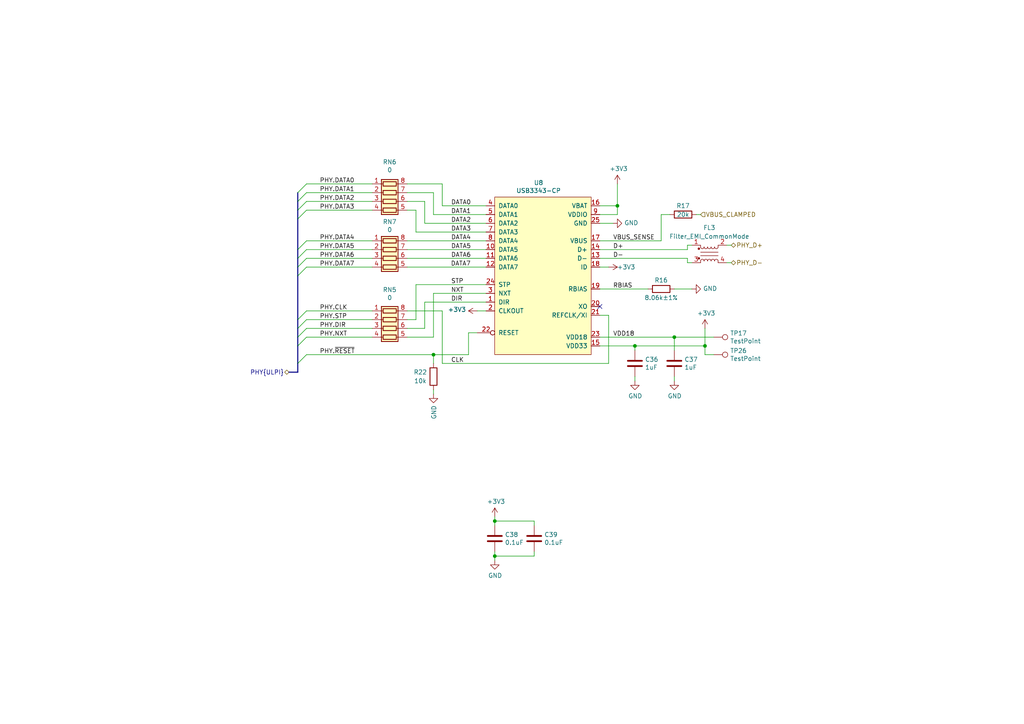
<source format=kicad_sch>
(kicad_sch (version 20231120) (generator "eeschema") (generator_version "8.0")
  (paper "A4")
  (lib_symbols
    (symbol "Connector:TestPoint" (pin_numbers hide) (pin_names (offset 0.762) hide)
      (property "Reference" "TP" (at 0 6.858 0))
      (property "Value" "TestPoint" (at 0 5.08 0))
      (symbol "TestPoint_0_1"
        (circle (center 0 3.302) (radius 0.762))
      )
      (symbol "TestPoint_1_1"
        (pin passive line (at 0 0 90) (length 2.54) (name "1") (number "1"))
      )
    )
    (symbol "Device:C" (pin_numbers hide) (pin_names (offset 0.254))
      (property "Reference" "C" (at 0.635 2.54 0))
      (property "Value" "C" (at 0.635 -2.54 0))
      (symbol "C_0_1"
        (polyline (pts (xy -2.032 -0.762) (xy 2.032 -0.762)) (stroke (width 0.508)))
        (polyline (pts (xy -2.032 0.762) (xy 2.032 0.762)) (stroke (width 0.508)))
      )
      (symbol "C_1_1"
        (pin passive line (at 0 3.81 270) (length 2.794) (name "~") (number "1"))
        (pin passive line (at 0 -3.81 90) (length 2.794) (name "~") (number "2"))
      )
    )
    (symbol "Device:Filter_EMI_CommonMode" (pin_names (offset 0.254) hide)
      (property "Reference" "FL" (at 0 4.445 0))
      (property "Value" "Filter_EMI_CommonMode" (at 0 -4.445 0))
      (symbol "Filter_EMI_CommonMode_0_1"
        (circle (center -3.048 -1.27) (radius 0.254) (fill (type outline)))
        (circle (center -3.048 1.524) (radius 0.254) (fill (type outline)))
        (arc (start -2.54 2.032) (mid -2.032 1.5262) (end -1.524 2.032))
        (arc (start -1.524 -2.032) (mid -2.032 -1.5262) (end -2.54 -2.032))
        (arc (start -1.524 2.032) (mid -1.016 1.5262) (end -0.508 2.032))
        (arc (start -0.508 -2.032) (mid -1.016 -1.5262) (end -1.524 -2.032))
        (arc (start -0.508 2.032) (mid 0 1.5262) (end 0.508 2.032))
        (polyline (pts (xy -2.54 -2.032) (xy -2.54 -2.54)))
        (polyline (pts (xy -2.54 0.508) (xy 2.54 0.508)))
        (polyline (pts (xy -2.54 2.032) (xy -2.54 2.54)))
        (polyline (pts (xy 2.54 -2.032) (xy 2.54 -2.54)))
        (polyline (pts (xy 2.54 -0.508) (xy -2.54 -0.508)))
        (polyline (pts (xy 2.54 2.54) (xy 2.54 2.032)))
        (arc (start 0.508 -2.032) (mid 0 -1.5262) (end -0.508 -2.032))
        (arc (start 0.508 2.032) (mid 1.016 1.5262) (end 1.524 2.032))
        (arc (start 1.524 -2.032) (mid 1.016 -1.5262) (end 0.508 -2.032))
        (arc (start 1.524 2.032) (mid 2.032 1.5262) (end 2.54 2.032))
        (arc (start 2.54 -2.032) (mid 2.032 -1.5262) (end 1.524 -2.032))
      )
      (symbol "Filter_EMI_CommonMode_1_1"
        (pin passive line (at -5.08 2.54 0) (length 2.54) (name "1") (number "1"))
        (pin passive line (at 5.08 2.54 180) (length 2.54) (name "2") (number "2"))
        (pin passive line (at -5.08 -2.54 0) (length 2.54) (name "3") (number "3"))
        (pin passive line (at 5.08 -2.54 180) (length 2.54) (name "4") (number "4"))
      )
    )
    (symbol "Device:R" (pin_numbers hide) (pin_names (offset 0))
      (property "Reference" "R" (at 2.032 0 90))
      (property "Value" "R" (at 0 0 90))
      (symbol "R_0_1"
        (rectangle (start -1.016 -2.54) (end 1.016 2.54) (stroke (width 0.254)))
      )
      (symbol "R_1_1"
        (pin passive line (at 0 3.81 270) (length 1.27) (name "~") (number "1"))
        (pin passive line (at 0 -3.81 90) (length 1.27) (name "~") (number "2"))
      )
    )
    (symbol "Device:R_Pack04" (pin_names (offset 0) hide)
      (property "Reference" "RN" (at -7.62 0 90))
      (property "Value" "R_Pack04" (at 5.08 0 90))
      (symbol "R_Pack04_0_1"
        (rectangle (start -6.35 -2.413) (end 3.81 2.413) (stroke (width 0.254)) (fill (type background)))
        (rectangle (start -5.715 1.905) (end -4.445 -1.905) (stroke (width 0.254)))
        (rectangle (start -3.175 1.905) (end -1.905 -1.905) (stroke (width 0.254)))
        (rectangle (start -0.635 1.905) (end 0.635 -1.905) (stroke (width 0.254)))
        (polyline (pts (xy -5.08 -2.54) (xy -5.08 -1.905)))
        (polyline (pts (xy -5.08 1.905) (xy -5.08 2.54)))
        (polyline (pts (xy -2.54 -2.54) (xy -2.54 -1.905)))
        (polyline (pts (xy -2.54 1.905) (xy -2.54 2.54)))
        (polyline (pts (xy 0 -2.54) (xy 0 -1.905)))
        (polyline (pts (xy 0 1.905) (xy 0 2.54)))
        (polyline (pts (xy 2.54 -2.54) (xy 2.54 -1.905)))
        (polyline (pts (xy 2.54 1.905) (xy 2.54 2.54)))
        (rectangle (start 1.905 1.905) (end 3.175 -1.905) (stroke (width 0.254)))
      )
      (symbol "R_Pack04_1_1"
        (pin passive line (at -5.08 -5.08 90) (length 2.54) (name "R1.1") (number "1"))
        (pin passive line (at -2.54 -5.08 90) (length 2.54) (name "R2.1") (number "2"))
        (pin passive line (at 0 -5.08 90) (length 2.54) (name "R3.1") (number "3"))
        (pin passive line (at 2.54 -5.08 90) (length 2.54) (name "R4.1") (number "4"))
        (pin passive line (at 2.54 5.08 270) (length 2.54) (name "R4.2") (number "5"))
        (pin passive line (at 0 5.08 270) (length 2.54) (name "R3.2") (number "6"))
        (pin passive line (at -2.54 5.08 270) (length 2.54) (name "R2.2") (number "7"))
        (pin passive line (at -5.08 5.08 270) (length 2.54) (name "R1.2") (number "8"))
      )
    )
    (symbol "power:+3V3" (power) (pin_names (offset 0))
      (property "Value" "+3V3" (at 0 3.556 0))
      (symbol "+3V3_0_1"
        (polyline (pts (xy -0.762 1.27) (xy 0 2.54)))
        (polyline (pts (xy 0 0) (xy 0 2.54)))
        (polyline (pts (xy 0 2.54) (xy 0.762 1.27)))
      )
      (symbol "+3V3_1_1"
        (pin power_in line (at 0 0 90) (length 0) hide (name "+3V3") (number "1"))
      )
    )
    (symbol "power:GND" (power) (pin_names (offset 0))
      (property "Value" "GND" (at 0 -3.81 0))
      (symbol "GND_0_1"
        (polyline (pts (xy 0 0) (xy 0 -1.27) (xy 1.27 -1.27) (xy 0 -2.54) (xy -1.27 -1.27) (xy 0 -1.27)))
      )
      (symbol "GND_1_1"
        (pin power_in line (at 0 0 270) (length 0) hide (name "GND") (number "1"))
      )
    )
    (symbol "usb:USB3343" (pin_names (offset 1.016))
      (property "Reference" "U" (at 3.81 -46.99 0))
      (property "Value" "USB3343" (at 25.4 -46.99 0))
      (symbol "USB3343_0_1"
        (rectangle (start 2.54 0) (end 30.48 -45.72) (fill (type background)))
      )
      (symbol "USB3343_1_1"
        (pin output line (at 0 -30.48 0) (length 2.54) (name "DIR") (number "1"))
        (pin bidirectional line (at 0 -15.24 0) (length 2.54) (name "DATA5") (number "10"))
        (pin bidirectional line (at 0 -17.78 0) (length 2.54) (name "DATA6") (number "11"))
        (pin bidirectional line (at 0 -20.32 0) (length 2.54) (name "DATA7") (number "12"))
        (pin bidirectional line (at 33.02 -17.78 180) (length 2.54) (name "D-") (number "13"))
        (pin bidirectional line (at 33.02 -15.24 180) (length 2.54) (name "D+") (number "14"))
        (pin power_out line (at 33.02 -43.18 180) (length 2.54) (name "VDD33") (number "15"))
        (pin power_in line (at 33.02 -2.54 180) (length 2.54) (name "VBAT") (number "16"))
        (pin bidirectional line (at 33.02 -12.7 180) (length 2.54) (name "VBUS") (number "17"))
        (pin input line (at 33.02 -20.32 180) (length 2.54) (name "ID") (number "18"))
        (pin input line (at 33.02 -26.67 180) (length 2.54) (name "RBIAS") (number "19"))
        (pin passive line (at 0 -33.02 0) (length 2.54) (name "CLKOUT") (number "2"))
        (pin output line (at 33.02 -31.75 180) (length 2.54) (name "XO") (number "20"))
        (pin input line (at 33.02 -34.29 180) (length 2.54) (name "REFCLK/XI") (number "21"))
        (pin input inverted (at -2.54 -39.37 0) (length 5.08) (name "RESET") (number "22"))
        (pin power_out line (at 33.02 -40.64 180) (length 2.54) (name "VDD18") (number "23"))
        (pin input line (at 0 -25.4 0) (length 2.54) (name "STP") (number "24"))
        (pin power_in line (at 33.02 -7.62 180) (length 2.54) (name "GND") (number "25"))
        (pin output line (at 0 -27.94 0) (length 2.54) (name "NXT") (number "3"))
        (pin bidirectional line (at 0 -2.54 0) (length 2.54) (name "DATA0") (number "4"))
        (pin bidirectional line (at 0 -5.08 0) (length 2.54) (name "DATA1") (number "5"))
        (pin bidirectional line (at 0 -7.62 0) (length 2.54) (name "DATA2") (number "6"))
        (pin bidirectional line (at 0 -10.16 0) (length 2.54) (name "DATA3") (number "7"))
        (pin bidirectional line (at 0 -12.7 0) (length 2.54) (name "DATA4") (number "8"))
        (pin power_in line (at 33.02 -5.08 180) (length 2.54) (name "VDDIO") (number "9"))
      )
    )
  )
  (junction (at 179.07 59.69))
  (junction (at 204.47 100.33))
  (junction (at 143.51 151.13))
  (junction (at 143.51 161.29))
  (junction (at 195.58 97.79))
  (junction (at 125.73 102.87))
  (junction (at 184.15 100.33))
  (no_connect (at 173.99 88.9))
  (bus_entry (at 86.36 77.47) (size 2.54 -2.54))
  (bus_entry (at 88.9 53.34) (size -2.54 2.54))
  (bus_entry (at 86.36 58.42) (size 2.54 -2.54))
  (bus_entry (at 86.36 74.93) (size 2.54 -2.54))
  (bus_entry (at 86.36 63.5) (size 2.54 -2.54))
  (bus_entry (at 86.36 92.71) (size 2.54 -2.54))
  (bus_entry (at 86.36 97.79) (size 2.54 -2.54))
  (bus_entry (at 86.36 105.41) (size 2.54 -2.54))
  (bus_entry (at 86.36 72.39) (size 2.54 -2.54))
  (bus_entry (at 88.9 97.79) (size -2.54 2.54))
  (bus_entry (at 86.36 80.01) (size 2.54 -2.54))
  (bus_entry (at 86.36 95.25) (size 2.54 -2.54))
  (bus_entry (at 86.36 60.96) (size 2.54 -2.54))
  (wire (pts (xy 140.97 82.55) (xy 120.65 82.55)))
  (wire (pts (xy 201.93 62.23) (xy 203.2 62.23)))
  (wire (pts (xy 187.96 83.82) (xy 173.99 83.82)))
  (wire (pts (xy 173.99 100.33) (xy 184.15 100.33)))
  (bus (pts (xy 86.36 97.79) (xy 86.36 100.33)))
  (wire (pts (xy 195.58 110.49) (xy 195.58 109.22)))
  (wire (pts (xy 207.01 102.87) (xy 204.47 102.87)))
  (wire (pts (xy 120.65 92.71) (xy 118.11 92.71)))
  (wire (pts (xy 173.99 59.69) (xy 179.07 59.69)))
  (wire (pts (xy 199.39 71.12) (xy 200.66 71.12)))
  (bus (pts (xy 86.36 58.42) (xy 86.36 60.96)))
  (bus (pts (xy 86.36 72.39) (xy 86.36 74.93)))
  (wire (pts (xy 107.95 97.79) (xy 88.9 97.79)))
  (wire (pts (xy 173.99 74.93) (xy 199.39 74.93)))
  (wire (pts (xy 195.58 97.79) (xy 207.01 97.79)))
  (wire (pts (xy 154.94 161.29) (xy 143.51 161.29)))
  (wire (pts (xy 118.11 90.17) (xy 128.27 90.17)))
  (wire (pts (xy 125.73 102.87) (xy 135.89 102.87)))
  (wire (pts (xy 125.73 55.88) (xy 125.73 62.23)))
  (wire (pts (xy 125.73 114.3) (xy 125.73 113.03)))
  (wire (pts (xy 107.95 74.93) (xy 88.9 74.93)))
  (wire (pts (xy 140.97 87.63) (xy 123.19 87.63)))
  (wire (pts (xy 179.07 59.69) (xy 179.07 53.34)))
  (wire (pts (xy 143.51 160.02) (xy 143.51 161.29)))
  (wire (pts (xy 184.15 100.33) (xy 184.15 101.6)))
  (wire (pts (xy 88.9 60.96) (xy 107.95 60.96)))
  (wire (pts (xy 204.47 100.33) (xy 204.47 95.25)))
  (wire (pts (xy 204.47 100.33) (xy 184.15 100.33)))
  (wire (pts (xy 107.95 92.71) (xy 88.9 92.71)))
  (wire (pts (xy 184.15 110.49) (xy 184.15 109.22)))
  (wire (pts (xy 135.89 102.87) (xy 135.89 96.52)))
  (wire (pts (xy 128.27 90.17) (xy 128.27 105.41)))
  (wire (pts (xy 173.99 77.47) (xy 176.53 77.47)))
  (wire (pts (xy 123.19 58.42) (xy 123.19 64.77)))
  (wire (pts (xy 107.95 69.85) (xy 88.9 69.85)))
  (wire (pts (xy 179.07 62.23) (xy 179.07 59.69)))
  (wire (pts (xy 154.94 151.13) (xy 154.94 152.4)))
  (bus (pts (xy 86.36 95.25) (xy 86.36 97.79)))
  (wire (pts (xy 107.95 53.34) (xy 88.9 53.34)))
  (bus (pts (xy 86.36 105.41) (xy 86.36 107.95)))
  (wire (pts (xy 143.51 151.13) (xy 143.51 152.4)))
  (wire (pts (xy 191.77 69.85) (xy 173.99 69.85)))
  (wire (pts (xy 107.95 72.39) (xy 88.9 72.39)))
  (bus (pts (xy 86.36 74.93) (xy 86.36 77.47)))
  (wire (pts (xy 118.11 60.96) (xy 120.65 60.96)))
  (wire (pts (xy 199.39 74.93) (xy 199.39 76.2)))
  (wire (pts (xy 125.73 85.09) (xy 125.73 97.79)))
  (bus (pts (xy 86.36 80.01) (xy 86.36 92.71)))
  (wire (pts (xy 143.51 151.13) (xy 154.94 151.13)))
  (wire (pts (xy 173.99 64.77) (xy 177.8 64.77)))
  (bus (pts (xy 86.36 100.33) (xy 86.36 105.41)))
  (wire (pts (xy 212.09 76.2) (xy 210.82 76.2)))
  (wire (pts (xy 154.94 160.02) (xy 154.94 161.29)))
  (wire (pts (xy 140.97 72.39) (xy 118.11 72.39)))
  (wire (pts (xy 88.9 102.87) (xy 125.73 102.87)))
  (bus (pts (xy 86.36 92.71) (xy 86.36 95.25)))
  (wire (pts (xy 199.39 72.39) (xy 199.39 71.12)))
  (wire (pts (xy 191.77 69.85) (xy 191.77 62.23)))
  (wire (pts (xy 140.97 69.85) (xy 118.11 69.85)))
  (wire (pts (xy 179.07 62.23) (xy 173.99 62.23)))
  (wire (pts (xy 125.73 105.41) (xy 125.73 102.87)))
  (wire (pts (xy 118.11 58.42) (xy 123.19 58.42)))
  (wire (pts (xy 173.99 97.79) (xy 195.58 97.79)))
  (wire (pts (xy 191.77 62.23) (xy 194.31 62.23)))
  (wire (pts (xy 128.27 105.41) (xy 176.53 105.41)))
  (wire (pts (xy 204.47 102.87) (xy 204.47 100.33)))
  (wire (pts (xy 107.95 58.42) (xy 88.9 58.42)))
  (wire (pts (xy 107.95 77.47) (xy 88.9 77.47)))
  (wire (pts (xy 125.73 62.23) (xy 140.97 62.23)))
  (wire (pts (xy 138.43 96.52) (xy 135.89 96.52)))
  (wire (pts (xy 140.97 74.93) (xy 118.11 74.93)))
  (wire (pts (xy 128.27 59.69) (xy 140.97 59.69)))
  (bus (pts (xy 83.82 107.95) (xy 86.36 107.95)))
  (wire (pts (xy 120.65 82.55) (xy 120.65 92.71)))
  (wire (pts (xy 120.65 60.96) (xy 120.65 67.31)))
  (wire (pts (xy 118.11 55.88) (xy 125.73 55.88)))
  (bus (pts (xy 86.36 63.5) (xy 86.36 72.39)))
  (wire (pts (xy 118.11 53.34) (xy 128.27 53.34)))
  (wire (pts (xy 128.27 53.34) (xy 128.27 59.69)))
  (wire (pts (xy 123.19 95.25) (xy 118.11 95.25)))
  (bus (pts (xy 86.36 60.96) (xy 86.36 63.5)))
  (wire (pts (xy 176.53 105.41) (xy 176.53 91.44)))
  (wire (pts (xy 125.73 97.79) (xy 118.11 97.79)))
  (wire (pts (xy 88.9 55.88) (xy 107.95 55.88)))
  (wire (pts (xy 107.95 90.17) (xy 88.9 90.17)))
  (wire (pts (xy 210.82 71.12) (xy 212.09 71.12)))
  (wire (pts (xy 173.99 91.44) (xy 176.53 91.44)))
  (wire (pts (xy 199.39 76.2) (xy 200.66 76.2)))
  (wire (pts (xy 195.58 101.6) (xy 195.58 97.79)))
  (wire (pts (xy 118.11 77.47) (xy 140.97 77.47)))
  (wire (pts (xy 120.65 67.31) (xy 140.97 67.31)))
  (bus (pts (xy 86.36 55.88) (xy 86.36 58.42)))
  (wire (pts (xy 143.51 149.86) (xy 143.51 151.13)))
  (wire (pts (xy 107.95 95.25) (xy 88.9 95.25)))
  (wire (pts (xy 123.19 64.77) (xy 140.97 64.77)))
  (bus (pts (xy 86.36 77.47) (xy 86.36 80.01)))
  (wire (pts (xy 200.66 83.82) (xy 195.58 83.82)))
  (wire (pts (xy 123.19 87.63) (xy 123.19 95.25)))
  (wire (pts (xy 140.97 90.17) (xy 138.43 90.17)))
  (wire (pts (xy 143.51 161.29) (xy 143.51 162.56)))
  (wire (pts (xy 140.97 85.09) (xy 125.73 85.09)))
  (wire (pts (xy 173.99 72.39) (xy 199.39 72.39)))
  (label "PHY.DATA1" (at 92.71 55.88 0))
  (label "PHY.DATA4" (at 92.71 69.85 0))
  (label "CLK" (at 130.81 105.41 0))
  (label "PHY.DIR" (at 92.71 95.25 0))
  (label "NXT" (at 130.81 85.09 0))
  (label "PHY.DATA5" (at 92.71 72.39 0))
  (label "DATA5" (at 130.81 72.39 0))
  (label "DATA4" (at 130.81 69.85 0))
  (label "D+" (at 177.8 72.39 0))
  (label "PHY.STP" (at 92.71 92.71 0))
  (label "PHY.DATA7" (at 92.71 77.47 0))
  (label "DATA0" (at 130.81 59.69 0))
  (label "PHY.DATA3" (at 92.71 60.96 0))
  (label "STP" (at 130.81 82.55 0))
  (label "DATA1" (at 130.81 62.23 0))
  (label "D-" (at 177.8 74.93 0))
  (label "RBIAS" (at 177.8 83.82 0))
  (label "PHY.CLK" (at 92.71 90.17 0))
  (label "PHY.~{RESET}" (at 92.71 102.87 0))
  (label "VBUS_SENSE" (at 177.8 69.85 0))
  (label "DATA2" (at 130.81 64.77 0))
  (label "DATA3" (at 130.81 67.31 0))
  (label "VDD18" (at 177.8 97.79 0))
  (label "DIR" (at 130.81 87.63 0))
  (label "PHY.DATA6" (at 92.71 74.93 0))
  (label "PHY.DATA0" (at 92.71 53.34 0))
  (label "DATA7" (at 130.7302 77.47 0))
  (label "PHY.NXT" (at 92.71 97.79 0))
  (label "DATA6" (at 130.81 74.93 0))
  (label "PHY.DATA2" (at 92.71 58.42 0))
  (hierarchical_label "PHY{ULPI}" (shape bidirectional) (at 83.82 107.95 180))
  (hierarchical_label "PHY_D-" (shape bidirectional) (at 212.09 76.2 0))
  (hierarchical_label "VBUS_CLAMPED" (shape input) (at 203.2 62.23 0))
  (hierarchical_label "PHY_D+" (shape bidirectional) (at 212.09 71.12 0))
  (symbol (lib_id "Device:C") (at 154.94 156.21 0) (unit 1)
    (property "Reference" "C39" (at 157.861 155.067 0) (effects (justify left)))
    (property "Value" "0.1uF" (at 157.861 157.353 0) (effects (justify left)))
    (property "Footprint" "Capacitor_SMD:C_0402_1005Metric" (effects (hide yes)))
    (property "Description" "CAP CER 0.1UF 25V X5R 0402" (effects (hide yes)))
    (property "Part Number" "CL05A104KA5NNNC" (effects (hide yes)))
    (property "Substitution" "any equivalent" (effects (hide yes)))
    (property "Manufacturer" "Samsung" (effects (hide yes)))
    (property "LCSC#" "C100072" (effects (hide yes)))
    (instances (project "cynthion" (path "" (reference "C39") (unit 1)) (path "" (reference "C46") (unit 1)) (path "" (reference "C67") (unit 1))))
  )
  (symbol (lib_id "power:GND") (at 143.51 162.56 0) (unit 1)
    (property "Reference" "#PWR0250" (effects (hide yes)))
    (property "Value" "GND" (at 143.6116 166.9288 0))
    (instances (project "cynthion" (path "" (reference "#PWR0250") (unit 1)) (path "" (reference "#PWR0248") (unit 1)) (path "" (reference "#PWR0252") (unit 1))))
  )
  (symbol (lib_id "Connector:TestPoint") (at 207.01 102.87 270) (unit 1) (in_bom no)
    (property "Reference" "TP26" (at 211.7598 101.727 90) (effects (justify left)))
    (property "Value" "TestPoint" (at 211.7598 104.013 90) (effects (justify left)))
    (property "Footprint" "TestPoint:TestPoint_Pad_D1.0mm" (effects (hide yes)))
    (instances (project "cynthion" (path "" (reference "TP26") (unit 1)) (path "" (reference "TP2") (unit 1)) (path "" (reference "TP9") (unit 1))))
  )
  (symbol (lib_id "power:+3V3") (at 179.07 53.34 0) (unit 1)
    (property "Reference" "#PWR058" (effects (hide yes)))
    (property "Value" "+3V3" (at 179.4256 48.9458 0))
    (instances (project "cynthion" (path "" (reference "#PWR058") (unit 1)) (path "" (reference "#PWR068") (unit 1)) (path "" (reference "#PWR070") (unit 1))))
  )
  (symbol (lib_id "power:GND") (at 184.15 110.49 0) (unit 1)
    (property "Reference" "#PWR0101" (effects (hide yes)))
    (property "Value" "GND" (at 184.2516 114.8588 0))
    (instances (project "cynthion" (path "" (reference "#PWR0101") (unit 1)) (path "" (reference "#PWR098") (unit 1)) (path "" (reference "#PWR080") (unit 1))))
  )
  (symbol (lib_id "Device:C") (at 195.58 105.41 0) (unit 1)
    (property "Reference" "C37" (at 198.501 104.267 0) (effects (justify left)))
    (property "Value" "1uF" (at 198.501 106.553 0) (effects (justify left)))
    (property "Footprint" "Capacitor_SMD:C_0402_1005Metric" (effects (hide yes)))
    (property "Description" "CAP CER 1UF 6.3V X5R 0402 20%" (effects (hide yes)))
    (property "Part Number" "CL05A105MQ5NNNC" (effects (hide yes)))
    (property "Substitution" "CL05A105KQ5NNNC, CL05A105KP5NNNC, CL05A105KO5NNNC" (effects (hide yes)))
    (property "Manufacturer" "Samsung" (effects (hide yes)))
    (property "LCSC#" "C318573" (effects (hide yes)))
    (instances (project "cynthion" (path "" (reference "C37") (unit 1)) (path "" (reference "C50") (unit 1)) (path "" (reference "C43") (unit 1))))
  )
  (symbol (lib_id "power:GND") (at 177.8 64.77 90) (unit 1)
    (property "Reference" "#PWR059" (effects (hide yes)))
    (property "Value" "GND" (at 181.0512 64.643 90) (effects (justify right)))
    (instances (project "cynthion" (path "" (reference "#PWR059") (unit 1)) (path "" (reference "#PWR088") (unit 1)) (path "" (reference "#PWR071") (unit 1))))
  )
  (symbol (lib_id "Device:C") (at 184.15 105.41 0) (unit 1)
    (property "Reference" "C36" (at 187.071 104.267 0) (effects (justify left)))
    (property "Value" "1uF" (at 187.071 106.553 0) (effects (justify left)))
    (property "Footprint" "Capacitor_SMD:C_0402_1005Metric" (effects (hide yes)))
    (property "Description" "CAP CER 1UF 6.3V X5R 0402 20%" (effects (hide yes)))
    (property "Part Number" "CL05A105MQ5NNNC" (effects (hide yes)))
    (property "Substitution" "CL05A105KQ5NNNC, CL05A105KP5NNNC, CL05A105KO5NNNC" (effects (hide yes)))
    (property "Manufacturer" "Samsung" (effects (hide yes)))
    (property "LCSC#" "C318573" (effects (hide yes)))
    (instances (project "cynthion" (path "" (reference "C36") (unit 1)) (path "" (reference "C48") (unit 1)) (path "" (reference "C42") (unit 1))))
  )
  (symbol (lib_id "power:GND") (at 200.66 83.82 90) (unit 1)
    (property "Reference" "#PWR062" (effects (hide yes)))
    (property "Value" "GND" (at 203.9112 83.693 90) (effects (justify right)))
    (instances (project "cynthion" (path "" (reference "#PWR062") (unit 1)) (path "" (reference "#PWR093") (unit 1)) (path "" (reference "#PWR077") (unit 1))))
  )
  (symbol (lib_id "Device:R_Pack04") (at 113.03 74.93 270) (unit 1)
    (property "Reference" "RN7" (at 113.03 64.3382 90))
    (property "Value" "0" (at 113.03 66.6496 90))
    (property "Footprint" "Resistor_SMD:R_Array_Convex_4x0402" (effects (hide yes)))
    (property "Description" "RES ARRAY 4 RES ZERO OHM 0804" (effects (hide yes)))
    (property "Manufacturer" "Yageo" (effects (hide yes)))
    (property "Part Number" "YC124-JR-070RL" (effects (hide yes)))
    (property "Substitution" "any equivalent" (effects (hide yes)))
    (property "LCSC#" "C106231" (effects (hide yes)))
    (instances (project "cynthion" (path "" (reference "RN7") (unit 1)) (path "" (reference "RN10") (unit 1)) (path "" (reference "RN13") (unit 1))))
  )
  (symbol (lib_id "Device:R") (at 125.73 109.22 0) (unit 1)
    (property "Reference" "R22" (at 121.92 107.95 0))
    (property "Value" "10k" (at 121.92 110.49 0))
    (property "Footprint" "Resistor_SMD:R_0402_1005Metric" (effects (hide yes)))
    (property "Description" "RES 10K OHM 5% 1/16W 0402" (effects (hide yes)))
    (property "Part Number" "RC0402JR-0710KL" (effects (hide yes)))
    (property "Substitution" "any equivalent" (effects (hide yes)))
    (property "Manufacturer" "Yageo" (effects (hide yes)))
    (property "LCSC#" "C60489" (effects (hide yes)))
    (instances (project "cynthion" (path "" (reference "R22") (unit 1)) (path "" (reference "R24") (unit 1)) (path "" (reference "R23") (unit 1))))
  )
  (symbol (lib_id "Device:R_Pack04") (at 113.03 58.42 270) (unit 1)
    (property "Reference" "RN6" (at 113.03 46.99 90))
    (property "Value" "0" (at 113.03 49.3014 90))
    (property "Footprint" "Resistor_SMD:R_Array_Convex_4x0402" (effects (hide yes)))
    (property "Description" "RES ARRAY 4 RES ZERO OHM 0804" (effects (hide yes)))
    (property "Manufacturer" "Yageo" (effects (hide yes)))
    (property "Part Number" "YC124-JR-070RL" (effects (hide yes)))
    (property "Substitution" "any equivalent" (effects (hide yes)))
    (property "LCSC#" "C106231" (effects (hide yes)))
    (instances (project "cynthion" (path "" (reference "RN6") (unit 1)) (path "" (reference "RN9") (unit 1)) (path "" (reference "RN12") (unit 1))))
  )
  (symbol (lib_id "usb:USB3343") (at 140.97 57.15 0) (unit 1)
    (property "Reference" "U8" (at 156.21 53.0098 0))
    (property "Value" "USB3343-CP" (at 156.21 55.2958 0))
    (property "Footprint" "Package_DFN_QFN:VQFN-24-1EP_4x4mm_P0.5mm_EP2.45x2.45mm" (effects (hide yes)))
    (property "Datasheet" "http://ww1.microchip.com/downloads/en/DeviceDoc/334x.pdf" (effects (hide yes)))
    (property "Description" "IC TRANSCEIVER 1/1 24QFN" (effects (hide yes)))
    (property "Manufacturer" "Microchip" (effects (hide yes)))
    (property "Part Number" "USB3343-CP" (effects (hide yes)))
    (property "LCSC#" "C633347" (effects (hide yes)))
    (instances (project "cynthion" (path "" (reference "U8") (unit 1)) (path "" (reference "U11") (unit 1)) (path "" (reference "U9") (unit 1))))
  )
  (symbol (lib_id "power:GND") (at 195.58 110.49 0) (unit 1)
    (property "Reference" "#PWR0126" (effects (hide yes)))
    (property "Value" "GND" (at 195.6816 114.8588 0))
    (instances (project "cynthion" (path "" (reference "#PWR0126") (unit 1)) (path "" (reference "#PWR0109") (unit 1)) (path "" (reference "#PWR0108") (unit 1))))
  )
  (symbol (lib_id "Device:R") (at 198.12 62.23 270) (unit 1)
    (property "Reference" "R17" (at 198.12 59.69 90))
    (property "Value" "20k" (at 198.12 62.23 90))
    (property "Footprint" "Resistor_SMD:R_0402_1005Metric" (effects (hide yes)))
    (property "Description" "RES SMD 20K OHM 5% 1/16W 0402" (effects (hide yes)))
    (property "Manufacturer" "Yageo" (effects (hide yes)))
    (property "Part Number" "RC0402JR-0720KL" (effects (hide yes)))
    (property "Substitution" "any equivalent" (effects (hide yes)))
    (property "LCSC#" "C137902" (effects (hide yes)))
    (instances (project "cynthion" (path "" (reference "R17") (unit 1)) (path "" (reference "R21") (unit 1)) (path "" (reference "R19") (unit 1))))
  )
  (symbol (lib_id "Device:Filter_EMI_CommonMode") (at 205.74 73.66 0) (unit 1)
    (property "Reference" "FL3" (at 205.74 66.04 0))
    (property "Value" "Filter_EMI_CommonMode" (at 205.74 68.5769 0))
    (property "Footprint" "cynthion:L_CommonModeChoke_Murata_DLM0NS" (effects (hide yes)))
    (property "Datasheet" "https://www.murata.com/en-global/products/productdata/8799424610334/EFLD0009.pdf" (effects (hide yes)))
    (property "Description" "CMC 100MA 2LN 90 OHM SMD" (effects (hide yes)))
    (property "Manufacturer" "Murata" (effects (hide yes)))
    (property "Part Number" "DLM0NSN900HY2D" (effects (hide yes)))
    (property "LCSC#" "C882594" (effects (hide yes)))
    (instances (project "cynthion" (path "" (reference "FL3") (unit 1)) (path "" (reference "FL1") (unit 1)) (path "" (reference "FL2") (unit 1))))
  )
  (symbol (lib_id "power:+3V3") (at 204.47 95.25 0) (unit 1)
    (property "Reference" "#PWR064" (effects (hide yes)))
    (property "Value" "+3V3" (at 204.8256 90.8558 0))
    (instances (project "cynthion" (path "" (reference "#PWR064") (unit 1)) (path "" (reference "#PWR097") (unit 1)) (path "" (reference "#PWR079") (unit 1))))
  )
  (symbol (lib_id "power:+3V3") (at 176.53 77.47 270) (unit 1)
    (property "Reference" "#PWR061" (effects (hide yes)))
    (property "Value" "+3V3" (at 181.61 77.47 90))
    (instances (project "cynthion" (path "" (reference "#PWR061") (unit 1)) (path "" (reference "#PWR091") (unit 1)) (path "" (reference "#PWR075") (unit 1))))
  )
  (symbol (lib_id "Device:C") (at 143.51 156.21 0) (unit 1)
    (property "Reference" "C38" (at 146.431 155.067 0) (effects (justify left)))
    (property "Value" "0.1uF" (at 146.431 157.353 0) (effects (justify left)))
    (property "Footprint" "Capacitor_SMD:C_0402_1005Metric" (effects (hide yes)))
    (property "Description" "CAP CER 0.1UF 25V X5R 0402" (effects (hide yes)))
    (property "Part Number" "CL05A104KA5NNNC" (effects (hide yes)))
    (property "Substitution" "any equivalent" (effects (hide yes)))
    (property "Manufacturer" "Samsung" (effects (hide yes)))
    (property "LCSC#" "C100072" (effects (hide yes)))
    (instances (project "cynthion" (path "" (reference "C38") (unit 1)) (path "" (reference "C66") (unit 1)) (path "" (reference "C44") (unit 1))))
  )
  (symbol (lib_id "Device:R") (at 191.77 83.82 270) (unit 1)
    (property "Reference" "R16" (at 191.77 81.28 90))
    (property "Value" "8.06k±1%" (at 191.77 86.36 90))
    (property "Footprint" "Resistor_SMD:R_0402_1005Metric" (effects (hide yes)))
    (property "Description" "RES SMD 8.06K OHM 1% 1/10W 0402" (effects (hide yes)))
    (property "Manufacturer" "Panasonic" (effects (hide yes)))
    (property "Part Number" "ERJ-2RKF8061X" (effects (hide yes)))
    (property "Substitution" "any equivalent" (effects (hide yes)))
    (property "LCSC#" "C2076955" (effects (hide yes)))
    (instances (project "cynthion" (path "" (reference "R16") (unit 1)) (path "" (reference "R20") (unit 1)) (path "" (reference "R18") (unit 1))))
  )
  (symbol (lib_id "Connector:TestPoint") (at 207.01 97.79 270) (unit 1) (in_bom no)
    (property "Reference" "TP17" (at 211.7598 96.647 90) (effects (justify left)))
    (property "Value" "TestPoint" (at 211.7598 98.933 90) (effects (justify left)))
    (property "Footprint" "TestPoint:TestPoint_Pad_D1.0mm" (effects (hide yes)))
    (instances (project "cynthion" (path "" (reference "TP17") (unit 1)) (path "" (reference "TP35") (unit 1)) (path "" (reference "TP27") (unit 1))))
  )
  (symbol (lib_id "power:+3V3") (at 138.43 90.17 90) (unit 1)
    (property "Reference" "#PWR063" (effects (hide yes)))
    (property "Value" "+3V3" (at 135.1788 89.789 90) (effects (justify left)))
    (instances (project "cynthion" (path "" (reference "#PWR063") (unit 1)) (path "" (reference "#PWR094") (unit 1)) (path "" (reference "#PWR078") (unit 1))))
  )
  (symbol (lib_id "power:+3V3") (at 143.51 149.86 0) (unit 1)
    (property "Reference" "#PWR0249" (effects (hide yes)))
    (property "Value" "+3V3" (at 143.8656 145.4658 0))
    (instances (project "cynthion" (path "" (reference "#PWR0249") (unit 1)) (path "" (reference "#PWR0247") (unit 1)) (path "" (reference "#PWR0251") (unit 1))))
  )
  (symbol (lib_id "Device:R_Pack04") (at 113.03 95.25 270) (unit 1)
    (property "Reference" "RN5" (at 113.03 84.0486 90))
    (property "Value" "0" (at 113.03 86.36 90))
    (property "Footprint" "Resistor_SMD:R_Array_Convex_4x0402" (effects (hide yes)))
    (property "Description" "RES ARRAY 4 RES ZERO OHM 0804" (effects (hide yes)))
    (property "Manufacturer" "Yageo" (effects (hide yes)))
    (property "Part Number" "YC124-JR-070RL" (effects (hide yes)))
    (property "Substitution" "any equivalent" (effects (hide yes)))
    (property "LCSC#" "C106231" (effects (hide yes)))
    (instances (project "cynthion" (path "" (reference "RN5") (unit 1)) (path "" (reference "RN8") (unit 1)) (path "" (reference "RN11") (unit 1))))
  )
  (symbol (lib_id "power:GND") (at 125.73 114.3 0) (unit 1)
    (property "Reference" "#PWR0235" (effects (hide yes)))
    (property "Value" "GND" (at 125.857 117.5512 90) (effects (justify right)))
    (instances (project "cynthion" (path "" (reference "#PWR0235") (unit 1)) (path "" (reference "#PWR0128") (unit 1)) (path "" (reference "#PWR0127") (unit 1))))
  )
)
</source>
